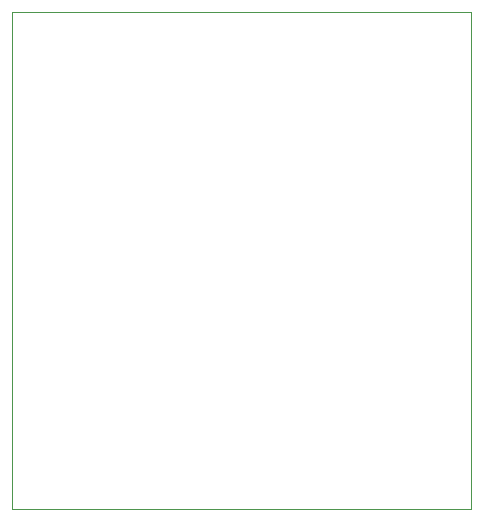
<source format=gbr>
%TF.GenerationSoftware,KiCad,Pcbnew,8.0.3-8.0.3-0~ubuntu22.04.1*%
%TF.CreationDate,2024-07-06T17:26:30-06:00*%
%TF.ProjectId,stm32g070 and DRV8311 single motor board - V1 Alpha,73746d33-3267-4303-9730-20616e642044,rev?*%
%TF.SameCoordinates,Original*%
%TF.FileFunction,Profile,NP*%
%FSLAX46Y46*%
G04 Gerber Fmt 4.6, Leading zero omitted, Abs format (unit mm)*
G04 Created by KiCad (PCBNEW 8.0.3-8.0.3-0~ubuntu22.04.1) date 2024-07-06 17:26:30*
%MOMM*%
%LPD*%
G01*
G04 APERTURE LIST*
%TA.AperFunction,Profile*%
%ADD10C,0.050000*%
%TD*%
G04 APERTURE END LIST*
D10*
X122682000Y-88138000D02*
X161524000Y-88138000D01*
X161524000Y-130219000D01*
X122682000Y-130219000D01*
X122682000Y-88138000D01*
M02*

</source>
